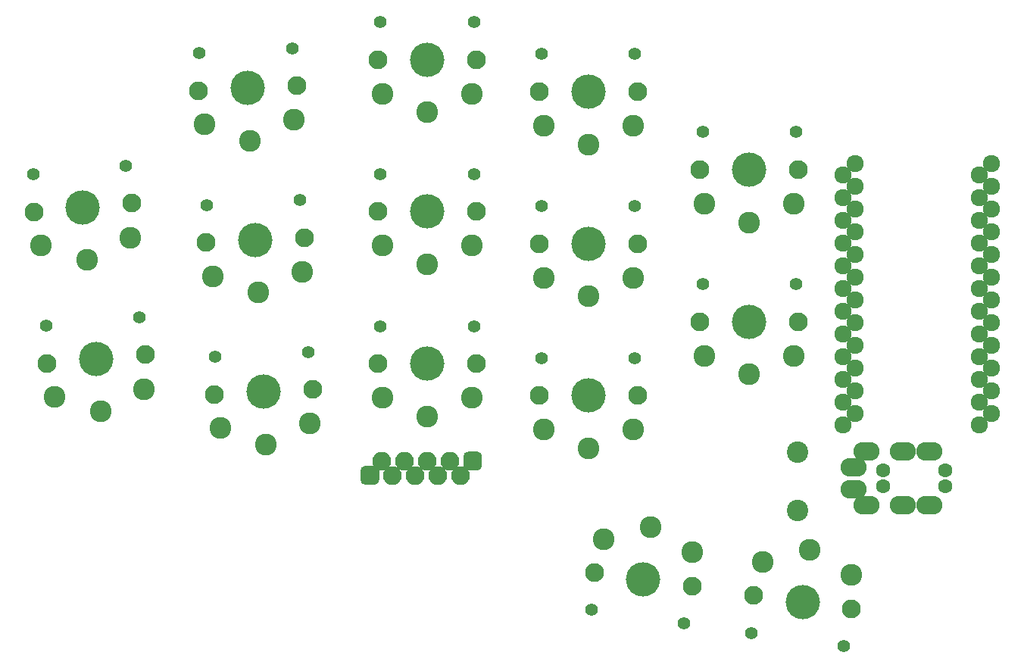
<source format=gbs>
G04 #@! TF.GenerationSoftware,KiCad,Pcbnew,5.1.8*
G04 #@! TF.CreationDate,2020-11-23T10:56:14+00:00*
G04 #@! TF.ProjectId,cradio,63726164-696f-42e6-9b69-6361645f7063,2.1*
G04 #@! TF.SameCoordinates,Original*
G04 #@! TF.FileFunction,Soldermask,Bot*
G04 #@! TF.FilePolarity,Negative*
%FSLAX46Y46*%
G04 Gerber Fmt 4.6, Leading zero omitted, Abs format (unit mm)*
G04 Created by KiCad (PCBNEW 5.1.8) date 2020-11-23 10:56:14*
%MOMM*%
%LPD*%
G01*
G04 APERTURE LIST*
%ADD10O,2.100000X2.100000*%
%ADD11C,1.924000*%
%ADD12C,2.101800*%
%ADD13C,1.390600*%
%ADD14C,2.432000*%
%ADD15C,3.829000*%
%ADD16C,2.400000*%
%ADD17O,2.900000X2.100000*%
%ADD18C,1.600000*%
G04 APERTURE END LIST*
D10*
X81210000Y-71450000D03*
X83750000Y-71450000D03*
G36*
G01*
X73065000Y-70400000D02*
X74115000Y-70400000D01*
G75*
G02*
X74640000Y-70925000I0J-525000D01*
G01*
X74640000Y-71975000D01*
G75*
G02*
X74115000Y-72500000I-525000J0D01*
G01*
X73065000Y-72500000D01*
G75*
G02*
X72540000Y-71975000I0J525000D01*
G01*
X72540000Y-70925000D01*
G75*
G02*
X73065000Y-70400000I525000J0D01*
G01*
G37*
X76130000Y-71450000D03*
X78670000Y-71450000D03*
X74930000Y-69850000D03*
X77470000Y-69850000D03*
X80010000Y-69850000D03*
X82550000Y-69850000D03*
G36*
G01*
X84565000Y-68800000D02*
X85615000Y-68800000D01*
G75*
G02*
X86140000Y-69325000I0J-525000D01*
G01*
X86140000Y-70375000D01*
G75*
G02*
X85615000Y-70900000I-525000J0D01*
G01*
X84565000Y-70900000D01*
G75*
G02*
X84040000Y-70375000I0J525000D01*
G01*
X84040000Y-69325000D01*
G75*
G02*
X84565000Y-68800000I525000J0D01*
G01*
G37*
D11*
X141732000Y-37846000D03*
X141732000Y-40386000D03*
X141732000Y-42926000D03*
X141732000Y-45466000D03*
X141732000Y-48006000D03*
X141732000Y-50546000D03*
X141732000Y-53086000D03*
X141732000Y-55626000D03*
X141732000Y-58166000D03*
X141732000Y-60706000D03*
X141732000Y-63246000D03*
X141732000Y-65786000D03*
X126492000Y-65786000D03*
X126492000Y-63246000D03*
X126492000Y-60706000D03*
X126492000Y-58166000D03*
X126492000Y-55626000D03*
X126492000Y-53086000D03*
X126492000Y-50546000D03*
X126492000Y-48006000D03*
X126492000Y-45466000D03*
X126492000Y-42926000D03*
X126492000Y-40386000D03*
X126492000Y-37846000D03*
X143038400Y-36576000D03*
X143038400Y-39116000D03*
X143038400Y-41656000D03*
X143038400Y-44196000D03*
X143038400Y-46736000D03*
X143038400Y-49276000D03*
X143038400Y-51816000D03*
X143038400Y-54356000D03*
X143038400Y-56896000D03*
X143038400Y-59436000D03*
X143038400Y-61976000D03*
X143038400Y-64516000D03*
X127818400Y-64516000D03*
X127818400Y-61976000D03*
X127818400Y-59436000D03*
X127818400Y-56896000D03*
X127818400Y-54356000D03*
X127818400Y-51816000D03*
X127818400Y-49276000D03*
X127818400Y-46736000D03*
X127818400Y-44196000D03*
X127818400Y-41656000D03*
X127818400Y-39116000D03*
X127818400Y-36576000D03*
D12*
X98707526Y-82297648D03*
X109600474Y-83828552D03*
D13*
X108738672Y-87948709D03*
D14*
X104975121Y-77220518D03*
X99731517Y-78604216D03*
D15*
X104154000Y-83063100D03*
D14*
X109634198Y-79995947D03*
D13*
X98400274Y-86495742D03*
D12*
X116510526Y-84860148D03*
X127403474Y-86391052D03*
D13*
X126541672Y-90511209D03*
D14*
X122778121Y-79783018D03*
X117534517Y-81166716D03*
D15*
X121957000Y-85625600D03*
D14*
X127437198Y-82558447D03*
D13*
X116203274Y-89058242D03*
X92780000Y-58345000D03*
D14*
X103000000Y-66345000D03*
D15*
X98000000Y-62545000D03*
D14*
X93000000Y-66345000D03*
X98000000Y-68445000D03*
D13*
X103220000Y-58345000D03*
D12*
X103500000Y-62545000D03*
X92500000Y-62545000D03*
D13*
X74780000Y-54770000D03*
D14*
X85000000Y-62770000D03*
D15*
X80000000Y-58970000D03*
D14*
X75000000Y-62770000D03*
X80000000Y-64870000D03*
D13*
X85220000Y-54770000D03*
D12*
X85500000Y-58970000D03*
X74500000Y-58970000D03*
D13*
X56263643Y-58200750D03*
D14*
X66888324Y-65654912D03*
D15*
X61696300Y-62121800D03*
D14*
X56902029Y-66178272D03*
X62005082Y-68013714D03*
D13*
X66689335Y-57654362D03*
D12*
X67188762Y-61833952D03*
X56203838Y-62409648D03*
D13*
X110780000Y-50070000D03*
D14*
X121000000Y-58070000D03*
D15*
X116000000Y-54270000D03*
D14*
X111000000Y-58070000D03*
X116000000Y-60170000D03*
D13*
X121220000Y-50070000D03*
D12*
X121500000Y-54270000D03*
X110500000Y-54270000D03*
D13*
X92780000Y-41340000D03*
D14*
X103000000Y-49340000D03*
D15*
X98000000Y-45540000D03*
D14*
X93000000Y-49340000D03*
X98000000Y-51440000D03*
D13*
X103220000Y-41340000D03*
D12*
X103500000Y-45540000D03*
X92500000Y-45540000D03*
D13*
X74780000Y-37770000D03*
D14*
X85000000Y-45770000D03*
D15*
X80000000Y-41970000D03*
D14*
X75000000Y-45770000D03*
X80000000Y-47870000D03*
D13*
X85220000Y-37770000D03*
D12*
X85500000Y-41970000D03*
X74500000Y-41970000D03*
D13*
X55373643Y-41219050D03*
D14*
X65998324Y-48673212D03*
D15*
X60806300Y-45140100D03*
D14*
X56012029Y-49196572D03*
X61115082Y-51032014D03*
D13*
X65799335Y-40672662D03*
D12*
X66298762Y-44852252D03*
X55313838Y-45427948D03*
D13*
X37422610Y-54715435D03*
D14*
X48300965Y-61794261D03*
D15*
X42988800Y-58444500D03*
D14*
X38339018Y-62665819D03*
X43503019Y-64322049D03*
D13*
X47822882Y-53805529D03*
D12*
X48467871Y-57965143D03*
X37509729Y-58923857D03*
D13*
X110780000Y-33070000D03*
D14*
X121000000Y-41070000D03*
D15*
X116000000Y-37270000D03*
D14*
X111000000Y-41070000D03*
X116000000Y-43170000D03*
D13*
X121220000Y-33070000D03*
D12*
X121500000Y-37270000D03*
X110500000Y-37270000D03*
D13*
X92780000Y-24340000D03*
D14*
X103000000Y-32340000D03*
D15*
X98000000Y-28540000D03*
D14*
X93000000Y-32340000D03*
X98000000Y-34440000D03*
D13*
X103220000Y-24340000D03*
D12*
X103500000Y-28540000D03*
X92500000Y-28540000D03*
D13*
X74780000Y-20780000D03*
D14*
X85000000Y-28780000D03*
D15*
X80000000Y-24980000D03*
D14*
X75000000Y-28780000D03*
X80000000Y-30880000D03*
D13*
X85220000Y-20780000D03*
D12*
X85500000Y-24980000D03*
X74500000Y-24980000D03*
D13*
X35940910Y-37780135D03*
D14*
X46819265Y-44858961D03*
D15*
X41507100Y-41509200D03*
D14*
X36857318Y-45730519D03*
X42021319Y-47386749D03*
D13*
X46341182Y-36870229D03*
D12*
X46986171Y-41029843D03*
X36028029Y-41988557D03*
D13*
X54483943Y-24242350D03*
D14*
X65108624Y-31696512D03*
D15*
X59916600Y-28163400D03*
D14*
X55122329Y-32219872D03*
X60225382Y-34055314D03*
D13*
X64909635Y-23695962D03*
D12*
X65409062Y-27875552D03*
X54424138Y-28451248D03*
D16*
X121412000Y-68886000D03*
X121412000Y-75386000D03*
D17*
X127646000Y-70544000D03*
X129146000Y-74744000D03*
X133146000Y-74744000D03*
X136146000Y-74744000D03*
D18*
X130946000Y-72644000D03*
X137946000Y-72644000D03*
D17*
X133146000Y-68794000D03*
X136146000Y-68794000D03*
X127646000Y-72994000D03*
X129146000Y-68794000D03*
D18*
X137946000Y-70894000D03*
X130946000Y-70894000D03*
M02*

</source>
